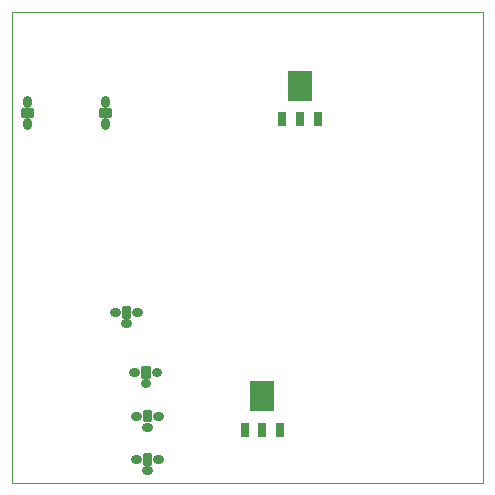
<source format=gbr>
G75*
%MOIN*%
%OFA0B0*%
%FSLAX24Y24*%
%IPPOS*%
%LPD*%
%AMOC8*
5,1,8,0,0,1.08239X$1,22.5*
%
%ADD10C,0.0010*%
%ADD11R,0.0315X0.0472*%
%ADD12R,0.0787X0.0984*%
%ADD13C,0.0315*%
%ADD14C,0.0157*%
D10*
X000280Y001140D02*
X000280Y016840D01*
X015980Y016840D01*
X015980Y001140D01*
X000280Y001140D01*
D11*
X008039Y002910D03*
X008630Y002910D03*
X009221Y002910D03*
X009289Y013260D03*
X009880Y013260D03*
X010471Y013260D03*
D12*
X009880Y014382D03*
X008630Y004032D03*
D13*
X005180Y003390D02*
X005180Y003390D01*
X005120Y003390D01*
X005120Y003390D01*
X005180Y003390D01*
X004750Y003010D02*
X004750Y003010D01*
X004810Y003010D01*
X004810Y003010D01*
X004750Y003010D01*
X004380Y003390D02*
X004380Y003390D01*
X004440Y003390D01*
X004440Y003390D01*
X004380Y003390D01*
X004700Y004460D02*
X004700Y004460D01*
X004760Y004460D01*
X004760Y004460D01*
X004700Y004460D01*
X005130Y004840D02*
X005130Y004840D01*
X005070Y004840D01*
X005070Y004840D01*
X005130Y004840D01*
X004330Y004840D02*
X004330Y004840D01*
X004390Y004840D01*
X004390Y004840D01*
X004330Y004840D01*
X004050Y006460D02*
X004050Y006460D01*
X004110Y006460D01*
X004110Y006460D01*
X004050Y006460D01*
X004480Y006840D02*
X004480Y006840D01*
X004420Y006840D01*
X004420Y006840D01*
X004480Y006840D01*
X003680Y006840D02*
X003680Y006840D01*
X003740Y006840D01*
X003740Y006840D01*
X003680Y006840D01*
X004380Y001940D02*
X004380Y001940D01*
X004440Y001940D01*
X004440Y001940D01*
X004380Y001940D01*
X004750Y001560D02*
X004750Y001560D01*
X004810Y001560D01*
X004810Y001560D01*
X004750Y001560D01*
X005180Y001940D02*
X005180Y001940D01*
X005120Y001940D01*
X005120Y001940D01*
X005180Y001940D01*
X003380Y013081D02*
X003380Y013081D01*
X003380Y013161D01*
X003380Y013161D01*
X003380Y013081D01*
X003380Y013819D02*
X003380Y013819D01*
X003380Y013899D01*
X003380Y013899D01*
X003380Y013819D01*
X000780Y013819D02*
X000780Y013819D01*
X000780Y013899D01*
X000780Y013899D01*
X000780Y013819D01*
X000780Y013081D02*
X000780Y013081D01*
X000780Y013161D01*
X000780Y013161D01*
X000780Y013081D01*
D14*
X000899Y013411D02*
X000661Y013411D01*
X000661Y013569D01*
X000899Y013569D01*
X000899Y013411D01*
X000899Y013567D02*
X000661Y013567D01*
X003261Y013411D02*
X003499Y013411D01*
X003261Y013411D02*
X003261Y013569D01*
X003499Y013569D01*
X003499Y013411D01*
X003499Y013567D02*
X003261Y013567D01*
X004159Y006959D02*
X004159Y006721D01*
X004001Y006721D01*
X004001Y006959D01*
X004159Y006959D01*
X004159Y006877D02*
X004001Y006877D01*
X004809Y004959D02*
X004809Y004721D01*
X004651Y004721D01*
X004651Y004959D01*
X004809Y004959D01*
X004809Y004877D02*
X004651Y004877D01*
X004859Y003509D02*
X004859Y003271D01*
X004701Y003271D01*
X004701Y003509D01*
X004859Y003509D01*
X004859Y003427D02*
X004701Y003427D01*
X004859Y002059D02*
X004859Y001821D01*
X004701Y001821D01*
X004701Y002059D01*
X004859Y002059D01*
X004859Y001977D02*
X004701Y001977D01*
M02*

</source>
